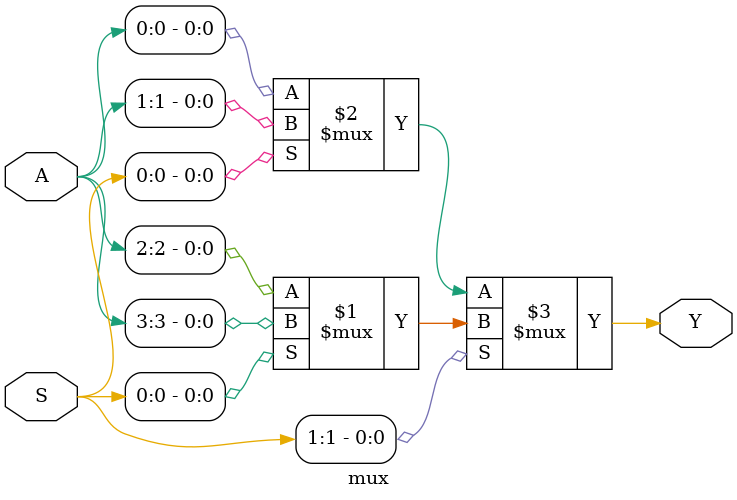
<source format=sv>
`timescale 1ns / 1ps


module mux(
    input logic [3:0] A,
    input logic [1:0] S,
    output logic Y
    );
    
    assign Y = S[1]?(S[0]?A[3]:A[2]):(S[0]?A[1]:A[0]); 
    
endmodule

</source>
